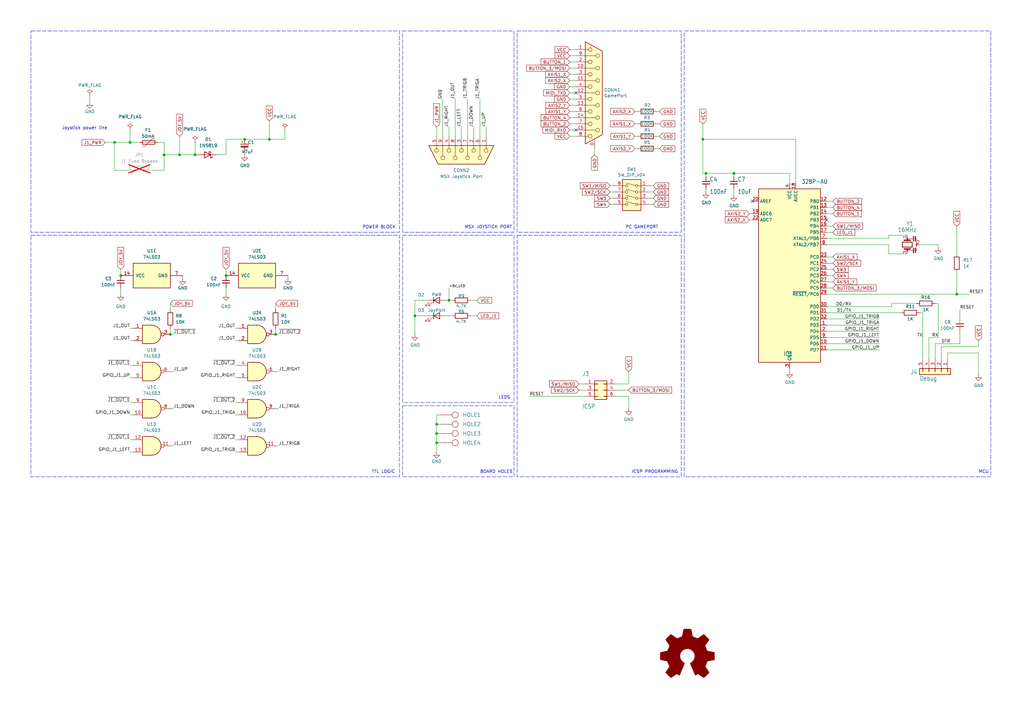
<source format=kicad_sch>
(kicad_sch (version 20231120) (generator "eeschema") (generator_version "8.0")
  (paper "A3")
  (title_block (title "msx-joypc-v1") (date "2024-08-23") (rev "Build1") (company "Albert Herranz"))
  (lib_symbols
    (symbol "74xx:74LS03" (pin_names (offset 1.016))
      (property "Reference" "U" (at 0 1.27 0))
      (property "Value" "74LS03" (at 0 -1.27 0))
      (symbol "74LS03_1_1"
        (pin input line (at -7.62 2.54 0) (length 3.81) (name "~") (number "1"))
        (pin input line (at -7.62 -2.54 0) (length 3.81) (name "~") (number "2"))
        (pin open_collector inverted (at 7.62 0 180) (length 3.81) (name "~") (number "3"))
      )
      (symbol "74LS03_1_2"
        (pin input inverted (at -7.62 2.54 0) (length 4.318) (name "~") (number "1"))
        (pin input inverted (at -7.62 -2.54 0) (length 4.318) (name "~") (number "2"))
        (pin open_collector line (at 7.62 0 180) (length 3.81) (name "~") (number "3"))
      )
      (symbol "74LS03_2_1"
        (pin input line (at -7.62 2.54 0) (length 3.81) (name "~") (number "4"))
        (pin input line (at -7.62 -2.54 0) (length 3.81) (name "~") (number "5"))
        (pin open_collector inverted (at 7.62 0 180) (length 3.81) (name "~") (number "6"))
      )
      (symbol "74LS03_2_2"
        (pin input inverted (at -7.62 2.54 0) (length 4.318) (name "~") (number "4"))
        (pin input inverted (at -7.62 -2.54 0) (length 4.318) (name "~") (number "5"))
        (pin open_collector line (at 7.62 0 180) (length 3.81) (name "~") (number "6"))
      )
      (symbol "74LS03_3_1"
        (pin input line (at -7.62 -2.54 0) (length 3.81) (name "~") (number "10"))
        (pin open_collector inverted (at 7.62 0 180) (length 3.81) (name "~") (number "8"))
        (pin input line (at -7.62 2.54 0) (length 3.81) (name "~") (number "9"))
      )
      (symbol "74LS03_3_2"
        (pin input inverted (at -7.62 -2.54 0) (length 4.318) (name "~") (number "10"))
        (pin open_collector line (at 7.62 0 180) (length 3.81) (name "~") (number "8"))
        (pin input inverted (at -7.62 2.54 0) (length 4.318) (name "~") (number "9"))
      )
      (symbol "74LS03_4_1"
        (pin open_collector inverted (at 7.62 0 180) (length 3.81) (name "~") (number "11"))
        (pin input line (at -7.62 2.54 0) (length 3.81) (name "~") (number "12"))
        (pin input line (at -7.62 -2.54 0) (length 3.81) (name "~") (number "13"))
      )
      (symbol "74LS03_4_2"
        (pin open_collector line (at 7.62 0 180) (length 3.81) (name "~") (number "11"))
        (pin input inverted (at -7.62 2.54 0) (length 4.318) (name "~") (number "12"))
        (pin input inverted (at -7.62 -2.54 0) (length 4.318) (name "~") (number "13"))
      )
      (symbol "74LS03_5_0"
        (pin power_in line (at 0 12.7 270) (length 5.08) (name "VCC") (number "14"))
        (pin power_in line (at 0 -12.7 90) (length 5.08) (name "GND") (number "7"))
      )
    )
    (symbol "Connector:DA15_Receptacle_MountingHoles" (pin_names (offset 1.016) hide)
      (property "Reference" "J" (at 0 24.13 0))
      (property "Value" "DA15_Receptacle_MountingHoles" (at 0 22.225 0))
      (symbol "DA15_Receptacle_MountingHoles_1_1"
        (pin passive line (at 0 -22.86 90) (length 3.81) (name "PAD") (number "0"))
        (pin passive line (at -7.62 17.78 0) (length 3.81) (name "1") (number "1"))
        (pin passive line (at -7.62 10.16 0) (length 3.81) (name "P10") (number "10"))
        (pin passive line (at -7.62 5.08 0) (length 3.81) (name "P111") (number "11"))
        (pin passive line (at -7.62 0 0) (length 3.81) (name "P12") (number "12"))
        (pin passive line (at -7.62 -5.08 0) (length 3.81) (name "P13") (number "13"))
        (pin passive line (at -7.62 -10.16 0) (length 3.81) (name "P14") (number "14"))
        (pin passive line (at -7.62 -15.24 0) (length 3.81) (name "P15") (number "15"))
        (pin passive line (at -7.62 12.7 0) (length 3.81) (name "2") (number "2"))
        (pin passive line (at -7.62 7.62 0) (length 3.81) (name "3") (number "3"))
        (pin passive line (at -7.62 2.54 0) (length 3.81) (name "4") (number "4"))
        (pin passive line (at -7.62 -2.54 0) (length 3.81) (name "5") (number "5"))
        (pin passive line (at -7.62 -7.62 0) (length 3.81) (name "6") (number "6"))
        (pin passive line (at -7.62 -12.7 0) (length 3.81) (name "7") (number "7"))
        (pin passive line (at -7.62 -17.78 0) (length 3.81) (name "8") (number "8"))
        (pin passive line (at -7.62 15.24 0) (length 3.81) (name "P9") (number "9"))
      )
    )
    (symbol "Connector:DE9_Receptacle" (pin_names (offset 1.016) hide)
      (property "Reference" "J" (at 0 13.97 0))
      (property "Value" "DE9_Receptacle" (at 0 -14.605 0))
      (symbol "DE9_Receptacle_1_1"
        (pin passive line (at -7.62 10.16 0) (length 3.81) (name "1") (number "1"))
        (pin passive line (at -7.62 5.08 0) (length 3.81) (name "2") (number "2"))
        (pin passive line (at -7.62 0 0) (length 3.81) (name "3") (number "3"))
        (pin passive line (at -7.62 -5.08 0) (length 3.81) (name "4") (number "4"))
        (pin passive line (at -7.62 -10.16 0) (length 3.81) (name "5") (number "5"))
        (pin passive line (at -7.62 7.62 0) (length 3.81) (name "6") (number "6"))
        (pin passive line (at -7.62 2.54 0) (length 3.81) (name "7") (number "7"))
        (pin passive line (at -7.62 -2.54 0) (length 3.81) (name "8") (number "8"))
        (pin passive line (at -7.62 -7.62 0) (length 3.81) (name "9") (number "9"))
      )
    )
    (symbol "Connector_Generic:Conn_01x05" (pin_names (offset 1.016) hide)
      (property "Reference" "J" (at 0 7.62 0))
      (property "Value" "Conn_01x05" (at 0 -7.62 0))
      (symbol "Conn_01x05_1_1"
        (pin passive line (at -5.08 5.08 0) (length 3.81) (name "Pin_1") (number "1"))
        (pin passive line (at -5.08 2.54 0) (length 3.81) (name "Pin_2") (number "2"))
        (pin passive line (at -5.08 0 0) (length 3.81) (name "Pin_3") (number "3"))
        (pin passive line (at -5.08 -2.54 0) (length 3.81) (name "Pin_4") (number "4"))
        (pin passive line (at -5.08 -5.08 0) (length 3.81) (name "Pin_5") (number "5"))
      )
    )
    (symbol "Connector_Generic:Conn_02x03_Odd_Even" (pin_names (offset 1.016) hide)
      (property "Reference" "J" (at 1.27 5.08 0))
      (property "Value" "Conn_02x03_Odd_Even" (at 1.27 -5.08 0))
      (symbol "Conn_02x03_Odd_Even_1_1"
        (pin passive line (at -5.08 2.54 0) (length 3.81) (name "Pin_1") (number "1"))
        (pin passive line (at 7.62 2.54 180) (length 3.81) (name "Pin_2") (number "2"))
        (pin passive line (at -5.08 0 0) (length 3.81) (name "Pin_3") (number "3"))
        (pin passive line (at 7.62 0 180) (length 3.81) (name "Pin_4") (number "4"))
        (pin passive line (at -5.08 -2.54 0) (length 3.81) (name "Pin_5") (number "5"))
        (pin passive line (at 7.62 -2.54 180) (length 3.81) (name "Pin_6") (number "6"))
      )
    )
    (symbol "Device:C_Polarized_Small" (pin_numbers hide) (pin_names (offset 0.254) hide)
      (property "Reference" "C" (at 0.254 1.778 0))
      (property "Value" "C_Polarized_Small" (at 0.254 -2.032 0))
      (symbol "C_Polarized_Small_1_1"
        (pin passive line (at 0 2.54 270) (length 1.8542) (name "~") (number "1"))
        (pin passive line (at 0 -2.54 90) (length 1.8542) (name "~") (number "2"))
      )
    )
    (symbol "Device:C_Small" (pin_numbers hide) (pin_names (offset 0.254) hide)
      (property "Reference" "C" (at 0.254 1.778 0))
      (property "Value" "C_Small" (at 0.254 -2.032 0))
      (symbol "C_Small_1_1"
        (pin passive line (at 0 2.54 270) (length 2.032) (name "~") (number "1"))
        (pin passive line (at 0 -2.54 90) (length 2.032) (name "~") (number "2"))
      )
    )
    (symbol "Device:LED" (pin_numbers hide) (pin_names (offset 1.016) hide)
      (property "Reference" "D" (at 0 2.54 0))
      (property "Value" "LED" (at 0 -2.54 0))
      (symbol "LED_1_1"
        (pin passive line (at -3.81 0 0) (length 2.54) (name "K") (number "1"))
        (pin passive line (at 3.81 0 180) (length 2.54) (name "A") (number "2"))
      )
    )
    (symbol "Device:Polyfuse" (pin_numbers hide) (pin_names (offset 0))
      (property "Reference" "F" (at -2.54 0 90))
      (property "Value" "Polyfuse" (at 2.54 0 90))
      (symbol "Polyfuse_1_1"
        (pin passive line (at 0 3.81 270) (length 1.27) (name "~") (number "1"))
        (pin passive line (at 0 -3.81 90) (length 1.27) (name "~") (number "2"))
      )
    )
    (symbol "Device:R" (pin_numbers hide) (pin_names (offset 0))
      (property "Reference" "R" (at 2.032 0 90))
      (property "Value" "R" (at 0 0 90))
      (symbol "R_1_1"
        (pin passive line (at 0 3.81 270) (length 1.27) (name "~") (number "1"))
        (pin passive line (at 0 -3.81 90) (length 1.27) (name "~") (number "2"))
      )
    )
    (symbol "Device:Resonator" (pin_names (offset 1.016) hide)
      (property "Reference" "Y" (at 0 5.715 0))
      (property "Value" "Resonator" (at 0 3.81 0))
      (symbol "Resonator_1_1"
        (pin passive line (at -3.81 0 0) (length 1.27) (name "1") (number "1"))
        (pin passive line (at 0 -5.08 90) (length 1.27) (name "2") (number "2"))
        (pin passive line (at 3.81 0 180) (length 1.27) (name "3") (number "3"))
      )
    )
    (symbol "Diode:1N5817" (pin_numbers hide) (pin_names (offset 1.016) hide)
      (property "Reference" "D" (at 0 2.54 0))
      (property "Value" "1N5817" (at 0 -2.54 0))
      (symbol "1N5817_1_1"
        (pin passive line (at -3.81 0 0) (length 2.54) (name "K") (number "1"))
        (pin passive line (at 3.81 0 180) (length 2.54) (name "A") (number "2"))
      )
    )
    (symbol "Graphic:Logo_Open_Hardware_Large" (in_bom no) (on_board no))
    (symbol "Jumper:Jumper_2_Open" (pin_names (offset 0) hide)
      (property "Reference" "JP" (at 0 2.794 0))
      (property "Value" "Jumper_2_Open" (at 0 -2.286 0))
      (symbol "Jumper_2_Open_1_1"
        (pin passive line (at -5.08 0 0) (length 2.54) (name "A") (number "1"))
        (pin passive line (at 5.08 0 180) (length 2.54) (name "B") (number "2"))
      )
    )
    (symbol "MCU_Microchip_ATmega:ATmega328P-A"
      (property "Reference" "U" (at -12.7 36.83 0))
      (property "Value" "ATmega328P-A" (at 2.54 -36.83 0))
      (symbol "ATmega328P-A_1_1"
        (pin bidirectional line (at 15.24 -20.32 180) (length 2.54) (name "PD3") (number "1"))
        (pin bidirectional line (at 15.24 -27.94 180) (length 2.54) (name "PD6") (number "10"))
        (pin bidirectional line (at 15.24 -30.48 180) (length 2.54) (name "PD7") (number "11"))
        (pin bidirectional line (at 15.24 30.48 180) (length 2.54) (name "PB0") (number "12"))
        (pin bidirectional line (at 15.24 27.94 180) (length 2.54) (name "PB1") (number "13"))
        (pin bidirectional line (at 15.24 25.4 180) (length 2.54) (name "PB2") (number "14"))
        (pin bidirectional line (at 15.24 22.86 180) (length 2.54) (name "PB3") (number "15"))
        (pin bidirectional line (at 15.24 20.32 180) (length 2.54) (name "PB4") (number "16"))
        (pin bidirectional line (at 15.24 17.78 180) (length 2.54) (name "PB5") (number "17"))
        (pin power_in line (at 2.54 38.1 270) (length 2.54) (name "AVCC") (number "18"))
        (pin input line (at -15.24 25.4 0) (length 2.54) (name "ADC6") (number "19"))
        (pin bidirectional line (at 15.24 -22.86 180) (length 2.54) (name "PD4") (number "2"))
        (pin passive line (at -15.24 30.48 0) (length 2.54) (name "AREF") (number "20"))
        (pin passive line (at 0 -38.1 90) (length 2.54) hide (name "GND") (number "21"))
        (pin input line (at -15.24 22.86 0) (length 2.54) (name "ADC7") (number "22"))
        (pin bidirectional line (at 15.24 7.62 180) (length 2.54) (name "PC0") (number "23"))
        (pin bidirectional line (at 15.24 5.08 180) (length 2.54) (name "PC1") (number "24"))
        (pin bidirectional line (at 15.24 2.54 180) (length 2.54) (name "PC2") (number "25"))
        (pin bidirectional line (at 15.24 0 180) (length 2.54) (name "PC3") (number "26"))
        (pin bidirectional line (at 15.24 -2.54 180) (length 2.54) (name "PC4") (number "27"))
        (pin bidirectional line (at 15.24 -5.08 180) (length 2.54) (name "PC5") (number "28"))
        (pin bidirectional line (at 15.24 -7.62 180) (length 2.54) (name "~{RESET}/PC6") (number "29"))
        (pin power_in line (at 0 -38.1 90) (length 2.54) (name "GND") (number "3"))
        (pin bidirectional line (at 15.24 -12.7 180) (length 2.54) (name "PD0") (number "30"))
        (pin bidirectional line (at 15.24 -15.24 180) (length 2.54) (name "PD1") (number "31"))
        (pin bidirectional line (at 15.24 -17.78 180) (length 2.54) (name "PD2") (number "32"))
        (pin power_in line (at 0 38.1 270) (length 2.54) (name "VCC") (number "4"))
        (pin passive line (at 0 -38.1 90) (length 2.54) hide (name "GND") (number "5"))
        (pin passive line (at 0 38.1 270) (length 2.54) hide (name "VCC") (number "6"))
        (pin bidirectional line (at 15.24 15.24 180) (length 2.54) (name "XTAL1/PB6") (number "7"))
        (pin bidirectional line (at 15.24 12.7 180) (length 2.54) (name "XTAL2/PB7") (number "8"))
        (pin bidirectional line (at 15.24 -25.4 180) (length 2.54) (name "PD5") (number "9"))
      )
    )
    (symbol "Switch:SW_DIP_x04" (pin_names (offset 0) hide)
      (property "Reference" "SW" (at 0 8.89 0))
      (property "Value" "SW_DIP_x04" (at 0 -6.35 0))
      (symbol "SW_DIP_x04_1_1"
        (pin passive line (at -7.62 5.08 0) (length 5.08) (name "~") (number "1"))
        (pin passive line (at -7.62 2.54 0) (length 5.08) (name "~") (number "2"))
        (pin passive line (at -7.62 0 0) (length 5.08) (name "~") (number "3"))
        (pin passive line (at -7.62 -2.54 0) (length 5.08) (name "~") (number "4"))
        (pin passive line (at 7.62 -2.54 180) (length 5.08) (name "~") (number "5"))
        (pin passive line (at 7.62 0 180) (length 5.08) (name "~") (number "6"))
        (pin passive line (at 7.62 2.54 180) (length 5.08) (name "~") (number "7"))
        (pin passive line (at 7.62 5.08 180) (length 5.08) (name "~") (number "8"))
      )
    )
    (symbol "my_components:HOLE" (pin_numbers hide) (pin_names (offset 1.016) hide)
      (property "Reference" "HOLE" (at 2.54 0 0))
      (symbol "HOLE_1_1"
        (pin input line (at -6.35 0 0) (length 5.08) (name "~") (number "1"))
      )
    )
    (symbol "power:GND" (power) (pin_numbers hide) (pin_names (offset 0) hide)
      (property "Value" "GND" (at 0 -3.81 0))
      (symbol "GND_1_1"
        (pin power_in line (at 0 0 270) (length 0) (name "~") (number "1"))
      )
    )
    (symbol "power:PWR_FLAG" (power) (pin_numbers hide) (pin_names (offset 0) hide)
      (property "Value" "PWR_FLAG" (at 0 3.81 0))
      (symbol "PWR_FLAG_0_0"
        (pin power_out line (at 0 0 90) (length 0) (name "~") (number "1"))
      )
    )
  )
  (junction (at 289.56 71.12))
  (junction (at 69.85 137.16))
  (junction (at 53.34 58.42))
  (junction (at 113.03 137.16))
  (junction (at 46.99 58.42))
  (junction (at 67.31 63.5))
  (junction (at 179.07 181.61))
  (junction (at 170.18 129.54))
  (junction (at 184.15 123.19))
  (junction (at 179.07 173.99))
  (junction (at 92.71 113.03))
  (junction (at 110.49 57.15))
  (junction (at 100.33 57.15))
  (junction (at 80.01 63.5))
  (junction (at 73.66 63.5))
  (junction (at 49.53 113.03))
  (junction (at 300.99 71.12))
  (junction (at 179.07 177.8))
  (junction (at 392.43 120.65))
  (junction (at 288.29 57.15))
  (no_connect (at 236.22 38.1))
  (no_connect (at 236.22 53.34))
  (no_connect (at 308.61 82.55))
  (no_connect (at 339.09 90.17))
  (wire (pts (xy 339.09 133.35) (xy 360.68 133.35)))
  (wire (pts (xy 289.56 78.74) (xy 289.56 77.47)))
  (wire (pts (xy 233.68 35.56) (xy 236.22 35.56)))
  (wire (pts (xy 307.34 90.17) (xy 308.61 90.17)))
  (wire (pts (xy 339.09 138.43) (xy 360.68 138.43)))
  (wire (pts (xy 393.7 135.89) (xy 393.7 140.97)))
  (wire (pts (xy 270.51 50.8) (xy 269.24 50.8)))
  (wire (pts (xy 110.49 49.53) (xy 110.49 57.15)))
  (wire (pts (xy 69.85 124.46) (xy 69.85 127)))
  (wire (pts (xy 339.09 120.65) (xy 392.43 120.65)))
  (wire (pts (xy 179.07 177.8) (xy 179.07 181.61)))
  (wire (pts (xy 288.29 57.15) (xy 326.39 57.15)))
  (wire (pts (xy 118.11 114.3) (xy 118.11 113.03)))
  (wire (pts (xy 182.88 129.54) (xy 185.42 129.54)))
  (wire (pts (xy 96.52 185.42) (xy 97.79 185.42)))
  (wire (pts (xy 341.63 115.57) (xy 339.09 115.57)))
  (wire (pts (xy 96.52 180.34) (xy 97.79 180.34)))
  (wire (pts (xy 233.68 20.32) (xy 236.22 20.32)))
  (wire (pts (xy 179.07 173.99) (xy 179.07 177.8)))
  (wire (pts (xy 384.81 100.33) (xy 384.81 101.6)))
  (wire (pts (xy 365.76 125.73) (xy 339.09 125.73)))
  (wire (pts (xy 184.15 118.11) (xy 184.15 123.19)))
  (wire (pts (xy 381 138.43) (xy 384.81 138.43)))
  (wire (pts (xy 252.73 162.56) (xy 257.81 162.56)))
  (wire (pts (xy 341.63 113.03) (xy 339.09 113.03)))
  (wire (pts (xy 71.12 137.16) (xy 69.85 137.16)))
  (wire (pts (xy 233.68 22.86) (xy 236.22 22.86)))
  (wire (pts (xy 260.35 55.88) (xy 261.62 55.88)))
  (wire (pts (xy 92.71 118.11) (xy 92.71 120.65)))
  (wire (pts (xy 233.68 25.4) (xy 236.22 25.4)))
  (wire (pts (xy 100.33 57.15) (xy 110.49 57.15)))
  (wire (pts (xy 233.68 50.8) (xy 236.22 50.8)))
  (wire (pts (xy 233.68 38.1) (xy 236.22 38.1)))
  (wire (pts (xy 323.85 71.12) (xy 300.99 71.12)))
  (wire (pts (xy 250.19 81.28) (xy 251.46 81.28)))
  (wire (pts (xy 257.81 162.56) (xy 257.81 167.64)))
  (wire (pts (xy 377.19 100.33) (xy 384.81 100.33)))
  (wire (pts (xy 339.09 140.97) (xy 360.68 140.97)))
  (wire (pts (xy 233.68 30.48) (xy 236.22 30.48)))
  (wire (pts (xy 53.34 170.18) (xy 54.61 170.18)))
  (wire (pts (xy 113.03 124.46) (xy 113.03 127)))
  (wire (pts (xy 113.03 134.62) (xy 113.03 137.16)))
  (wire (pts (xy 184.15 123.19) (xy 182.88 123.19)))
  (wire (pts (xy 300.99 77.47) (xy 300.99 80.01)))
  (wire (pts (xy 323.85 74.93) (xy 323.85 71.12)))
  (wire (pts (xy 289.56 72.39) (xy 289.56 71.12)))
  (wire (pts (xy 36.83 39.37) (xy 36.83 41.91)))
  (wire (pts (xy 267.97 78.74) (xy 266.7 78.74)))
  (wire (pts (xy 92.71 57.15) (xy 100.33 57.15)))
  (wire (pts (xy 114.3 152.4) (xy 113.03 152.4)))
  (wire (pts (xy 260.35 60.96) (xy 261.62 60.96)))
  (wire (pts (xy 384.81 124.46) (xy 383.54 124.46)))
  (wire (pts (xy 401.32 144.78) (xy 401.32 153.67)))
  (wire (pts (xy 341.63 95.25) (xy 339.09 95.25)))
  (wire (pts (xy 392.43 92.71) (xy 392.43 104.14)))
  (wire (pts (xy 49.53 110.49) (xy 49.53 113.03)))
  (wire (pts (xy 53.34 58.42) (xy 57.15 58.42)))
  (wire (pts (xy 250.19 83.82) (xy 251.46 83.82)))
  (wire (pts (xy 96.52 154.94) (xy 97.79 154.94)))
  (wire (pts (xy 252.73 157.48) (xy 257.81 157.48)))
  (wire (pts (xy 114.3 167.64) (xy 113.03 167.64)))
  (wire (pts (xy 53.34 154.94) (xy 54.61 154.94)))
  (wire (pts (xy 386.08 142.24) (xy 386.08 147.32)))
  (wire (pts (xy 383.54 140.97) (xy 383.54 147.32)))
  (wire (pts (xy 80.01 63.5) (xy 81.28 63.5)))
  (wire (pts (xy 180.34 173.99) (xy 179.07 173.99)))
  (wire (pts (xy 116.84 53.34) (xy 116.84 57.15)))
  (wire (pts (xy 393.7 140.97) (xy 383.54 140.97)))
  (wire (pts (xy 100.33 62.23) (xy 100.33 63.5)))
  (wire (pts (xy 170.18 129.54) (xy 170.18 137.16)))
  (wire (pts (xy 179.07 170.18) (xy 179.07 173.99)))
  (wire (pts (xy 96.52 170.18) (xy 97.79 170.18)))
  (wire (pts (xy 364.49 104.14) (xy 372.11 104.14)))
  (wire (pts (xy 250.19 78.74) (xy 251.46 78.74)))
  (wire (pts (xy 92.71 63.5) (xy 88.9 63.5)))
  (wire (pts (xy 53.34 149.86) (xy 54.61 149.86)))
  (wire (pts (xy 341.63 87.63) (xy 339.09 87.63)))
  (wire (pts (xy 179.07 52.07) (xy 179.07 55.88)))
  (wire (pts (xy 307.34 87.63) (xy 308.61 87.63)))
  (wire (pts (xy 179.07 181.61) (xy 179.07 185.42)))
  (wire (pts (xy 364.49 100.33) (xy 364.49 104.14)))
  (wire (pts (xy 184.15 52.07) (xy 184.15 55.88)))
  (wire (pts (xy 381 147.32) (xy 381 138.43)))
  (wire (pts (xy 288.29 71.12) (xy 288.29 57.15)))
  (wire (pts (xy 341.63 118.11) (xy 339.09 118.11)))
  (wire (pts (xy 388.62 144.78) (xy 388.62 147.32)))
  (wire (pts (xy 289.56 71.12) (xy 300.99 71.12)))
  (wire (pts (xy 69.85 134.62) (xy 69.85 137.16)))
  (wire (pts (xy 250.19 76.2) (xy 251.46 76.2)))
  (wire (pts (xy 364.49 97.79) (xy 339.09 97.79)))
  (wire (pts (xy 392.43 120.65) (xy 397.51 120.65)))
  (wire (pts (xy 184.15 123.19) (xy 185.42 123.19)))
  (wire (pts (xy 67.31 63.5) (xy 73.66 63.5)))
  (wire (pts (xy 96.52 134.62) (xy 97.79 134.62)))
  (wire (pts (xy 378.46 128.27) (xy 377.19 128.27)))
  (wire (pts (xy 43.18 58.42) (xy 46.99 58.42)))
  (wire (pts (xy 257.81 157.48) (xy 257.81 152.4)))
  (wire (pts (xy 326.39 74.93) (xy 326.39 57.15)))
  (wire (pts (xy 364.49 97.79) (xy 364.49 96.52)))
  (wire (pts (xy 393.7 127) (xy 393.7 130.81)))
  (wire (pts (xy 233.68 48.26) (xy 236.22 48.26)))
  (wire (pts (xy 74.93 114.3) (xy 74.93 113.03)))
  (wire (pts (xy 71.12 182.88) (xy 69.85 182.88)))
  (wire (pts (xy 53.34 53.34) (xy 53.34 58.42)))
  (wire (pts (xy 114.3 182.88) (xy 113.03 182.88)))
  (wire (pts (xy 92.71 110.49) (xy 92.71 113.03)))
  (wire (pts (xy 364.49 96.52) (xy 372.11 96.52)))
  (wire (pts (xy 257.81 160.02) (xy 252.73 160.02)))
  (wire (pts (xy 233.68 40.64) (xy 236.22 40.64)))
  (wire (pts (xy 339.09 100.33) (xy 364.49 100.33)))
  (wire (pts (xy 80.01 58.42) (xy 80.01 63.5)))
  (wire (pts (xy 73.66 63.5) (xy 80.01 63.5)))
  (wire (pts (xy 300.99 72.39) (xy 300.99 71.12)))
  (wire (pts (xy 341.63 105.41) (xy 339.09 105.41)))
  (wire (pts (xy 196.85 40.64) (xy 196.85 55.88)))
  (wire (pts (xy 384.81 138.43) (xy 384.81 124.46)))
  (wire (pts (xy 288.29 50.8) (xy 288.29 57.15)))
  (wire (pts (xy 339.09 130.81) (xy 360.68 130.81)))
  (wire (pts (xy 181.61 40.64) (xy 181.61 55.88)))
  (wire (pts (xy 388.62 144.78) (xy 401.32 144.78)))
  (wire (pts (xy 114.3 137.16) (xy 113.03 137.16)))
  (wire (pts (xy 180.34 170.18) (xy 179.07 170.18)))
  (wire (pts (xy 339.09 135.89) (xy 360.68 135.89)))
  (wire (pts (xy 194.31 52.07) (xy 194.31 55.88)))
  (wire (pts (xy 233.68 33.02) (xy 236.22 33.02)))
  (wire (pts (xy 175.26 123.19) (xy 170.18 123.19)))
  (wire (pts (xy 53.34 134.62) (xy 54.61 134.62)))
  (wire (pts (xy 323.85 152.4) (xy 323.85 151.13)))
  (wire (pts (xy 73.66 55.88) (xy 73.66 63.5)))
  (wire (pts (xy 193.04 129.54) (xy 195.58 129.54)))
  (wire (pts (xy 67.31 58.42) (xy 67.31 63.5)))
  (wire (pts (xy 186.69 40.64) (xy 186.69 55.88)))
  (wire (pts (xy 341.63 107.95) (xy 339.09 107.95)))
  (wire (pts (xy 233.68 53.34) (xy 236.22 53.34)))
  (wire (pts (xy 180.34 177.8) (xy 179.07 177.8)))
  (wire (pts (xy 243.84 63.5) (xy 243.84 60.96)))
  (wire (pts (xy 392.43 120.65) (xy 392.43 111.76)))
  (wire (pts (xy 267.97 76.2) (xy 266.7 76.2)))
  (wire (pts (xy 339.09 128.27) (xy 369.57 128.27)))
  (wire (pts (xy 96.52 165.1) (xy 97.79 165.1)))
  (wire (pts (xy 260.35 50.8) (xy 261.62 50.8)))
  (wire (pts (xy 193.04 123.19) (xy 195.58 123.19)))
  (wire (pts (xy 67.31 69.85) (xy 67.31 63.5)))
  (wire (pts (xy 53.34 139.7) (xy 54.61 139.7)))
  (wire (pts (xy 378.46 128.27) (xy 378.46 147.32)))
  (wire (pts (xy 46.99 69.85) (xy 52.07 69.85)))
  (wire (pts (xy 170.18 123.19) (xy 170.18 129.54)))
  (wire (pts (xy 270.51 55.88) (xy 269.24 55.88)))
  (wire (pts (xy 175.26 129.54) (xy 170.18 129.54)))
  (wire (pts (xy 288.29 71.12) (xy 289.56 71.12)))
  (wire (pts (xy 180.34 181.61) (xy 179.07 181.61)))
  (wire (pts (xy 267.97 83.82) (xy 266.7 83.82)))
  (wire (pts (xy 199.39 52.07) (xy 199.39 55.88)))
  (wire (pts (xy 67.31 58.42) (xy 64.77 58.42)))
  (wire (pts (xy 53.34 180.34) (xy 54.61 180.34)))
  (wire (pts (xy 270.51 60.96) (xy 269.24 60.96)))
  (wire (pts (xy 233.68 27.94) (xy 236.22 27.94)))
  (wire (pts (xy 53.34 165.1) (xy 54.61 165.1)))
  (wire (pts (xy 365.76 124.46) (xy 375.92 124.46)))
  (wire (pts (xy 260.35 45.72) (xy 261.62 45.72)))
  (wire (pts (xy 92.71 57.15) (xy 92.71 63.5)))
  (wire (pts (xy 96.52 149.86) (xy 97.79 149.86)))
  (wire (pts (xy 237.49 157.48) (xy 240.03 157.48)))
  (wire (pts (xy 233.68 43.18) (xy 236.22 43.18)))
  (wire (pts (xy 62.23 69.85) (xy 67.31 69.85)))
  (wire (pts (xy 191.77 40.64) (xy 191.77 55.88)))
  (wire (pts (xy 401.32 139.7) (xy 401.32 142.24)))
  (wire (pts (xy 189.23 52.07) (xy 189.23 55.88)))
  (wire (pts (xy 339.09 143.51) (xy 360.68 143.51)))
  (wire (pts (xy 237.49 160.02) (xy 240.03 160.02)))
  (wire (pts (xy 386.08 142.24) (xy 401.32 142.24)))
  (wire (pts (xy 341.63 92.71) (xy 339.09 92.71)))
  (wire (pts (xy 71.12 152.4) (xy 69.85 152.4)))
  (wire (pts (xy 341.63 110.49) (xy 339.09 110.49)))
  (wire (pts (xy 96.52 139.7) (xy 97.79 139.7)))
  (wire (pts (xy 270.51 45.72) (xy 269.24 45.72)))
  (wire (pts (xy 341.63 82.55) (xy 339.09 82.55)))
  (wire (pts (xy 233.68 55.88) (xy 236.22 55.88)))
  (wire (pts (xy 233.68 45.72) (xy 236.22 45.72)))
  (wire (pts (xy 217.17 162.56) (xy 240.03 162.56)))
  (wire (pts (xy 49.53 118.11) (xy 49.53 120.65)))
  (wire (pts (xy 110.49 57.15) (xy 116.84 57.15)))
  (wire (pts (xy 71.12 167.64) (xy 69.85 167.64)))
  (wire (pts (xy 53.34 185.42) (xy 54.61 185.42)))
  (wire (pts (xy 46.99 58.42) (xy 53.34 58.42)))
  (wire (pts (xy 46.99 58.42) (xy 46.99 69.85)))
  (wire (pts (xy 341.63 85.09) (xy 339.09 85.09)))
  (wire (pts (xy 267.97 81.28) (xy 266.7 81.28)))
  (wire (pts (xy 365.76 124.46) (xy 365.76 125.73)))
  (rectangle (start 165.1 12.7) (end 210.82 95.25) (stroke (width 0) (type dash)))
  (rectangle (start 12.7 12.7) (end 163.83 95.25) (stroke (width 0) (type dash)))
  (rectangle (start 280.67 12.7) (end 406.4 195.58) (stroke (width 0) (type dash)))
  (rectangle (start 165.1 166.37) (end 210.82 195.58) (stroke (width 0) (type dash)))
  (rectangle (start 12.7 96.52) (end 163.83 195.58) (stroke (width 0) (type dash)))
  (rectangle (start 212.09 12.7) (end 279.4 95.25) (stroke (width 0) (type dash)))
  (rectangle (start 212.09 96.52) (end 279.4 195.58) (stroke (width 0) (type dash)))
  (rectangle (start 165.1 96.52) (end 210.82 165.1) (stroke (width 0) (type dash)))
  (text "MCU" (at 401.32 194.31 0) (effects (font (size 1.27 1.27)) (justify left bottom)))
  (text "LEDS" (at 204.47 163.83 0) (effects (font (size 1.27 1.27)) (justify left bottom)))
  (text "MSX JOYSTICK PORT" (at 190.5 93.98 0) (effects (font (size 1.27 1.27)) (justify left bottom)))
  (text "TTL LOGIC" (at 152.4 194.31 0) (effects (font (size 1.27 1.27)) (justify left bottom)))
  (text "BOARD HOLES" (at 196.85 194.31 0) (effects (font (size 1.27 1.27)) (justify left bottom)))
  (text "Joystick power line" (at 25.4 53.34 0) (effects (font (size 1.27 1.27)) (justify left bottom)))
  (text "ICSP PROGRAMMING" (at 259.08 194.31 0) (effects (font (size 1.27 1.27)) (justify left bottom)))
  (text "PC GAMEPORT" (at 256.54 93.98 0) (effects (font (size 1.27 1.27)) (justify left bottom)))
  (text "POWER BLOCK" (at 148.59 93.98 0) (effects (font (size 1.27 1.27)) (justify left bottom)))
  (label "GPIO_J1_UP" (at 53.34 154.94 180))
  (label "TX" (at 378.46 138.43 180) (effects (font (size 1.2446 1.2446))))
  (label "GPIO_J1_DOWN" (at 360.68 140.97 180))
  (label "GPIO_J1_DOWN" (at 53.34 170.18 180))
  (label "~{J1_OUT_1}" (at 71.12 137.16 0))
  (label "RESET" (at 217.17 162.56 0) (effects (font (size 1.2446 1.2446))))
  (label "~{J1_OUT_2}" (at 96.52 180.34 180))
  (label "GND" (at 181.61 40.64 90))
  (label "GPIO_J1_LEFT" (at 360.68 138.43 180))
  (label "GPIO_J1_TRIGA" (at 360.68 133.35 180))
  (label "~{J1_OUT_1}" (at 53.34 165.1 180))
  (label "J1_UP" (at 71.12 152.4 0))
  (label "D0/RX" (at 349.25 125.73 180) (effects (font (size 1.2446 1.2446))))
  (label "GPIO_J1_UP" (at 360.68 143.51 180))
  (label "J1_OUT" (at 186.69 40.64 90))
  (label "J1_OUT" (at 53.34 139.7 180))
  (label "J1_DOWN" (at 71.12 167.64 0))
  (label "D1/TX" (at 349.25 128.27 180) (effects (font (size 1.2446 1.2446))))
  (label "GPIO_J1_RIGHT" (at 96.52 154.94 180))
  (label "J1_TRIGA" (at 114.3 167.64 0))
  (label "J1_OUT" (at 96.52 134.62 180))
  (label "J1_RIGHT" (at 114.3 152.4 0))
  (label "GPIO_J1_TRIGA" (at 96.52 170.18 180))
  (label "+5V_LED" (at 184.15 118.11 0) (effects (font (size 1 1))))
  (label "J1_TRIGB" (at 191.77 40.64 90))
  (label "GPIO_J1_RIGHT" (at 360.68 135.89 180))
  (label "~{J1_OUT_1}" (at 53.34 180.34 180))
  (label "~{J1_OUT_2}" (at 96.52 149.86 180))
  (label "~{J1_OUT_2}" (at 96.52 165.1 180))
  (label "~{J1_OUT_2}" (at 114.3 137.16 0))
  (label "J1_DOWN" (at 194.31 52.07 90))
  (label "J1_OUT" (at 96.52 139.7 180))
  (label "GPIO_J1_LEFT" (at 53.34 185.42 180))
  (label "J1_TRIGA" (at 196.85 40.64 90))
  (label "J1_LEFT" (at 71.12 182.88 0))
  (label "J1_TRIGB" (at 114.3 182.88 0))
  (label "J1_RIGHT" (at 184.15 52.07 90))
  (label "DTR" (at 386.08 140.97 0))
  (label "RESET" (at 397.51 120.65 0) (effects (font (size 1.2446 1.2446))))
  (label "J1_OUT" (at 53.34 134.62 180))
  (label "GPIO_J1_TRIGB" (at 360.68 130.81 180))
  (label "RX" (at 384.81 138.43 180) (effects (font (size 1.2446 1.2446))))
  (label "~{J1_OUT_1}" (at 53.34 149.86 180))
  (label "J1_LEFT" (at 189.23 52.07 90))
  (label "RESET" (at 393.7 127 0) (effects (font (size 1.2446 1.2446))))
  (label "J1_UP" (at 199.39 52.07 90))
  (label "GPIO_J1_TRIGB" (at 96.52 185.42 180))
  (global_label "AXIS2_Y" (shape input) (at 307.34 87.63 180) (property "Intersheetrefs" "${INTERSHEET_REFS}" (effects (hide yes))))
  (global_label "GND" (shape input) (at 243.84 63.5 270) (property "Intersheetrefs" "${INTERSHEET_REFS}" (effects (hide yes))))
  (global_label "SW1{slash}MISO" (shape input) (at 237.49 157.48 180) (property "Intersheetrefs" "${INTERSHEET_REFS}" (effects (hide yes))))
  (global_label "GND" (shape input) (at 267.97 78.74 0) (property "Intersheetrefs" "${INTERSHEET_REFS}" (effects (hide yes))))
  (global_label "AXIS2_Y" (shape input) (at 233.68 43.18 180) (property "Intersheetrefs" "${INTERSHEET_REFS}" (effects (hide yes))))
  (global_label "SW3" (shape input) (at 341.63 110.49 0) (property "Intersheetrefs" "${INTERSHEET_REFS}" (effects (hide yes))))
  (global_label "AXIS1_X" (shape input) (at 233.68 30.48 180) (property "Intersheetrefs" "${INTERSHEET_REFS}" (effects (hide yes))))
  (global_label "GND" (shape input) (at 267.97 83.82 0) (property "Intersheetrefs" "${INTERSHEET_REFS}" (effects (hide yes))))
  (global_label "SW2{slash}SCK" (shape input) (at 250.19 78.74 180) (property "Intersheetrefs" "${INTERSHEET_REFS}" (effects (hide yes))))
  (global_label "VCC" (shape input) (at 401.32 139.7 90) (property "Intersheetrefs" "${INTERSHEET_REFS}" (effects (hide yes))))
  (global_label "BUTTON_1" (shape input) (at 233.68 25.4 180) (property "Intersheetrefs" "${INTERSHEET_REFS}" (effects (hide yes))))
  (global_label "AXIS1_Y" (shape input) (at 341.63 115.57 0) (property "Intersheetrefs" "${INTERSHEET_REFS}" (effects (hide yes))))
  (global_label "LED_J1" (shape input) (at 341.63 95.25 0) (property "Intersheetrefs" "${INTERSHEET_REFS}" (effects (hide yes))))
  (global_label "MIDI_TXD" (shape input) (at 233.68 38.1 180) (property "Intersheetrefs" "${INTERSHEET_REFS}" (effects (hide yes))))
  (global_label "BUTTON_2" (shape input) (at 341.63 82.55 0) (property "Intersheetrefs" "${INTERSHEET_REFS}" (effects (hide yes))))
  (global_label "GND" (shape input) (at 233.68 40.64 180) (property "Intersheetrefs" "${INTERSHEET_REFS}" (effects (hide yes))))
  (global_label "BUTTON_4" (shape input) (at 341.63 85.09 0) (property "Intersheetrefs" "${INTERSHEET_REFS}" (effects (hide yes))))
  (global_label "VCC" (shape input) (at 257.81 152.4 90) (property "Intersheetrefs" "${INTERSHEET_REFS}" (effects (hide yes))))
  (global_label "SW1{slash}MISO" (shape input) (at 341.63 92.71 0) (property "Intersheetrefs" "${INTERSHEET_REFS}" (effects (hide yes))))
  (global_label "VCC" (shape input) (at 288.29 50.8 90) (property "Intersheetrefs" "${INTERSHEET_REFS}" (effects (hide yes))))
  (global_label "JOY_5V" (shape input) (at 113.03 124.46 0) (property "Intersheetrefs" "${INTERSHEET_REFS}" (effects (hide yes))))
  (global_label "BUTTON_1" (shape input) (at 341.63 87.63 0) (property "Intersheetrefs" "${INTERSHEET_REFS}" (effects (hide yes))))
  (global_label "JOY_5V" (shape input) (at 49.53 110.49 90) (property "Intersheetrefs" "${INTERSHEET_REFS}" (effects (hide yes))))
  (global_label "VCC" (shape input) (at 195.58 123.19 0) (property "Intersheetrefs" "${INTERSHEET_REFS}" (effects (hide yes))))
  (global_label "VCC" (shape input) (at 110.49 49.53 90) (property "Intersheetrefs" "${INTERSHEET_REFS}" (effects (hide yes))))
  (global_label "JOY_5V" (shape input) (at 73.66 55.88 90) (property "Intersheetrefs" "${INTERSHEET_REFS}" (effects (hide yes))))
  (global_label "AXIS1_Y" (shape input) (at 233.68 45.72 180) (property "Intersheetrefs" "${INTERSHEET_REFS}" (effects (hide yes))))
  (global_label "SW4" (shape input) (at 250.19 83.82 180) (property "Intersheetrefs" "${INTERSHEET_REFS}" (effects (hide yes))))
  (global_label "AXIS2_X" (shape input) (at 307.34 90.17 180) (property "Intersheetrefs" "${INTERSHEET_REFS}" (effects (hide yes))))
  (global_label "VCC" (shape input) (at 233.68 55.88 180) (property "Intersheetrefs" "${INTERSHEET_REFS}" (effects (hide yes))))
  (global_label "GND" (shape input) (at 270.51 55.88 0) (property "Intersheetrefs" "${INTERSHEET_REFS}" (effects (hide yes))))
  (global_label "AXIS2_X" (shape input) (at 260.35 45.72 180) (property "Intersheetrefs" "${INTERSHEET_REFS}" (effects (hide yes))))
  (global_label "AXIS2_Y" (shape input) (at 260.35 60.96 180) (property "Intersheetrefs" "${INTERSHEET_REFS}" (effects (hide yes))))
  (global_label "GND" (shape input) (at 270.51 50.8 0) (property "Intersheetrefs" "${INTERSHEET_REFS}" (effects (hide yes))))
  (global_label "SW1{slash}MISO" (shape input) (at 250.19 76.2 180) (property "Intersheetrefs" "${INTERSHEET_REFS}" (effects (hide yes))))
  (global_label "BUTTON_4" (shape input) (at 233.68 48.26 180) (property "Intersheetrefs" "${INTERSHEET_REFS}" (effects (hide yes))))
  (global_label "GND" (shape input) (at 270.51 60.96 0) (property "Intersheetrefs" "${INTERSHEET_REFS}" (effects (hide yes))))
  (global_label "BUTTON_3{slash}MOSI" (shape input) (at 257.81 160.02 0) (property "Intersheetrefs" "${INTERSHEET_REFS}" (effects (hide yes))))
  (global_label "J1_PWR" (shape input) (at 179.07 52.07 90) (property "Intersheetrefs" "${INTERSHEET_REFS}" (effects (hide yes))))
  (global_label "VCC" (shape input) (at 392.43 92.71 90) (property "Intersheetrefs" "${INTERSHEET_REFS}" (effects (hide yes))))
  (global_label "SW4" (shape input) (at 341.63 113.03 0) (property "Intersheetrefs" "${INTERSHEET_REFS}" (effects (hide yes))))
  (global_label "J1_PWR" (shape input) (at 43.18 58.42 180) (property "Intersheetrefs" "${INTERSHEET_REFS}" (effects (hide yes))))
  (global_label "AXIS1_Y" (shape input) (at 260.35 55.88 180) (property "Intersheetrefs" "${INTERSHEET_REFS}" (effects (hide yes))))
  (global_label "BUTTON_3{slash}MOSI" (shape input) (at 341.63 118.11 0) (property "Intersheetrefs" "${INTERSHEET_REFS}" (effects (hide yes))))
  (global_label "BUTTON_3{slash}MOSI" (shape input) (at 233.68 27.94 180) (property "Intersheetrefs" "${INTERSHEET_REFS}" (effects (hide yes))))
  (global_label "SW2{slash}SCK" (shape input) (at 237.49 160.02 180) (property "Intersheetrefs" "${INTERSHEET_REFS}" (effects (hide yes))))
  (global_label "VCC" (shape input) (at 233.68 22.86 180) (property "Intersheetrefs" "${INTERSHEET_REFS}" (effects (hide yes))))
  (global_label "SW2{slash}SCK" (shape input) (at 341.63 107.95 0) (property "Intersheetrefs" "${INTERSHEET_REFS}" (effects (hide yes))))
  (global_label "LED_J1" (shape input) (at 195.58 129.54 0) (property "Intersheetrefs" "${INTERSHEET_REFS}" (effects (hide yes))))
  (global_label "AXIS1_X" (shape input) (at 341.63 105.41 0) (property "Intersheetrefs" "${INTERSHEET_REFS}" (effects (hide yes))))
  (global_label "GND" (shape input) (at 233.68 35.56 180) (property "Intersheetrefs" "${INTERSHEET_REFS}" (effects (hide yes))))
  (global_label "VCC" (shape input) (at 233.68 20.32 180) (property "Intersheetrefs" "${INTERSHEET_REFS}" (effects (hide yes))))
  (global_label "SW3" (shape input) (at 250.19 81.28 180) (property "Intersheetrefs" "${INTERSHEET_REFS}" (effects (hide yes))))
  (global_label "AXIS2_X" (shape input) (at 233.68 33.02 180) (property "Intersheetrefs" "${INTERSHEET_REFS}" (effects (hide yes))))
  (global_label "AXIS1_X" (shape input) (at 260.35 50.8 180) (property "Intersheetrefs" "${INTERSHEET_REFS}" (effects (hide yes))))
  (global_label "JOY_5V" (shape input) (at 69.85 124.46 0) (property "Intersheetrefs" "${INTERSHEET_REFS}" (effects (hide yes))))
  (global_label "JOY_5V" (shape input) (at 92.71 110.49 90) (property "Intersheetrefs" "${INTERSHEET_REFS}" (effects (hide yes))))
  (global_label "GND" (shape input) (at 267.97 76.2 0) (property "Intersheetrefs" "${INTERSHEET_REFS}" (effects (hide yes))))
  (global_label "GND" (shape input) (at 270.51 45.72 0) (property "Intersheetrefs" "${INTERSHEET_REFS}" (effects (hide yes))))
  (global_label "GND" (shape input) (at 267.97 81.28 0) (property "Intersheetrefs" "${INTERSHEET_REFS}" (effects (hide yes))))
  (global_label "BUTTON_2" (shape input) (at 233.68 50.8 180) (property "Intersheetrefs" "${INTERSHEET_REFS}" (effects (hide yes))))
  (global_label "MIDI_RXD" (shape input) (at 233.68 53.34 180) (property "Intersheetrefs" "${INTERSHEET_REFS}" (effects (hide yes))))
  (symbol (lib_id "Device:C_Small") (at 300.99 74.93 0) (unit 1)
    (property "Reference" "C7" (at 302.514 74.549 0) (effects (font (size 1.778 1.5113)) (justify left bottom)))
    (property "Value" "10uF" (at 302.514 79.629 0) (effects (font (size 1.778 1.5113)) (justify left bottom)))
    (property "Footprint" "Capacitor_SMD:C_0805_2012Metric_Pad1.18x1.45mm_HandSolder" (effects (hide yes)))
  )
  (symbol (lib_id "power:GND") (at 92.71 120.65 0) (unit 1)
    (property "Reference" "#PWR08" (effects (hide yes)))
    (property "Value" "GND" (at 92.71 125.73 0))
    (property "Description" "Power symbol creates a global label with name \"GND\" , ground" (effects (hide yes)))
  )
  (symbol (lib_id "Connector_Generic:Conn_01x05") (at 383.54 152.4 270) (unit 1)
    (property "Reference" "J4" (at 373.38 153.67 90) (effects (font (size 1.778 1.5113)) (justify left bottom)))
    (property "Value" "Debug" (at 377.19 156.21 90) (effects (font (size 1.778 1.5113)) (justify left bottom)))
    (property "Footprint" "Connector_PinHeader_2.54mm:PinHeader_1x05_P2.54mm_Vertical" (effects (hide yes)))
  )
  (symbol (lib_id "74xx:74LS03") (at 62.23 182.88 0) (unit 4)
    (property "Reference" "U1" (at 62.2217 173.99 0))
    (property "Value" "74LS03" (at 62.2217 176.53 0))
    (property "Footprint" "Package_SO:SOIC-14_3.9x8.7mm_P1.27mm" (effects (hide yes)))
    (property "Datasheet" "http://www.ti.com/lit/gpn/sn74LS03" (effects (hide yes)))
  )
  (symbol (lib_id "Diode:1N5817") (at 85.09 63.5 180) (unit 1)
    (property "Reference" "D1" (at 85.4075 57.15 0))
    (property "Value" "1N5819" (at 85.4075 59.69 0))
    (property "Footprint" "Diode_SMD:D_SOD-123" (effects (hide yes)))
    (property "Datasheet" "http://www.vishay.com/docs/88525/1n5819.pdf" (effects (hide yes)))
  )
  (symbol (lib_id "Device:R") (at 373.38 128.27 90) (unit 1)
    (property "Reference" "R11" (at 373.38 125.73 90))
    (property "Value" "1K" (at 373.38 130.81 90))
    (property "Footprint" "Resistor_SMD:R_0805_2012Metric_Pad1.20x1.40mm_HandSolder" (effects (hide yes)))
  )
  (symbol (lib_id "Device:C_Small") (at 49.53 115.57 0) (unit 1)
    (property "Reference" "C3" (at 44.45 114.3 0))
    (property "Value" "100nF" (at 44.45 116.84 0))
    (property "Footprint" "Capacitor_SMD:C_0805_2012Metric_Pad1.18x1.45mm_HandSolder" (effects (hide yes)))
  )
  (symbol (lib_id "Device:LED") (at 179.07 123.19 0) (unit 1)
    (property "Reference" "D2" (at 172.72 120.904 0))
    (property "Value" "PWR" (at 179.07 120.904 0))
    (property "Footprint" "LED_SMD:LED_0805_2012Metric_Pad1.15x1.40mm_HandSolder" (effects (hide yes)))
  )
  (symbol (lib_id "power:GND") (at 170.18 137.16 0) (unit 1)
    (property "Reference" "#PWR015" (effects (hide yes)))
    (property "Value" "GND" (at 170.307 141.5542 0))
    (property "Description" "Power symbol creates a global label with name \"GND\" , ground" (effects (hide yes)))
  )
  (symbol (lib_id "Connector:DE9_Receptacle") (at 189.23 63.5 270) (unit 1)
    (property "Reference" "CONN2" (at 189.23 69.85 90))
    (property "Value" "MSX Joystick Port" (at 189.23 72.39 90))
    (property "Footprint" "Connector_JST:JST_PH_B9B-PH-K_1x09_P2.00mm_Vertical" (effects (hide yes)))
    (property "Description" "9-pin female receptacle socket D-SUB connector" (effects (hide yes)))
  )
  (symbol (lib_id "power:PWR_FLAG") (at 53.34 53.34 0) (unit 1)
    (property "Reference" "#FLG01" (effects (hide yes)))
    (property "Value" "PWR_FLAG" (at 53.34 47.879 0))
    (property "Description" "Special symbol for telling ERC where power comes from" (effects (hide yes)))
  )
  (symbol (lib_id "power:GND") (at 36.83 41.91 0) (unit 1)
    (property "Reference" "#PWR01" (effects (hide yes)))
    (property "Value" "GND" (at 36.83 45.72 0))
    (property "Description" "Power symbol creates a global label with name \"GND\" , ground" (effects (hide yes)))
  )
  (symbol (lib_id "Jumper:Jumper_2_Open") (at 57.15 69.85 0) (unit 1) (on_board no) (dnp yes)
    (property "Reference" "JP1" (at 57.15 63.5 0))
    (property "Value" "J1 Fuse Bypass" (at 57.15 66.04 0))
    (property "Footprint" "Connector_PinHeader_2.54mm:PinHeader_1x02_P2.54mm_Vertical" (effects (hide yes)))
  )
  (symbol (lib_id "my_components:HOLE") (at 186.69 170.18 0) (unit 1)
    (property "Reference" "HOLE1" (at 189.738 170.18 0) (effects (font (size 1.524 1.524)) (justify left)))
    (property "Value" "HOLE" (effects (hide yes)))
    (property "Footprint" "My_Components:Hole_3mm" (effects (hide yes)))
  )
  (symbol (lib_id "power:GND") (at 74.93 114.3 0) (unit 1)
    (property "Reference" "#PWR07" (effects (hide yes)))
    (property "Value" "GND" (at 74.93 118.11 0))
    (property "Description" "Power symbol creates a global label with name \"GND\" , ground" (effects (hide yes)))
  )
  (symbol (lib_id "my_components:HOLE") (at 186.69 181.61 0) (unit 1)
    (property "Reference" "HOLE4" (at 189.738 181.61 0) (effects (font (size 1.524 1.524)) (justify left)))
    (property "Value" "HOLE" (effects (hide yes)))
    (property "Footprint" "My_Components:Hole_3mm" (effects (hide yes)))
  )
  (symbol (lib_id "Device:R") (at 265.43 55.88 90) (unit 1)
    (property "Reference" "R4" (at 264.16 53.34 90) (effects (justify right)))
    (property "Value" "100K" (at 262.89 55.88 90) (effects (justify right)))
    (property "Footprint" "Resistor_SMD:R_0805_2012Metric_Pad1.20x1.40mm_HandSolder" (effects (hide yes)))
    (property "LCSC" "C172965" (effects (hide yes)))
  )
  (symbol (lib_id "Graphic:Logo_Open_Hardware_Large") (at 281.94 269.24 0) (unit 1) (exclude_from_sim yes) (in_bom no)
    (property "Reference" "SYM1" (effects (hide yes)))
    (property "Value" "Logo_Open_Hardware_Large" (effects (hide yes)))
    (property "Footprint" "Symbol:OSHW-Logo_7.5x8mm_SilkScreen" (effects (hide yes)))
  )
  (symbol (lib_id "Device:R") (at 392.43 107.95 0) (unit 1)
    (property "Reference" "R17" (at 394.97 106.68 0) (effects (justify left)))
    (property "Value" "1K" (at 394.97 109.22 0) (effects (justify left)))
    (property "Footprint" "Resistor_SMD:R_0805_2012Metric_Pad1.20x1.40mm_HandSolder" (effects (hide yes)))
  )
  (symbol (lib_id "74xx:74LS03") (at 105.41 182.88 0) (unit 4)
    (property "Reference" "U2" (at 105.4017 173.99 0))
    (property "Value" "74LS03" (at 105.4017 176.53 0))
    (property "Footprint" "Package_SO:SOIC-14_3.9x8.7mm_P1.27mm" (effects (hide yes)))
    (property "Datasheet" "http://www.ti.com/lit/gpn/sn74LS03" (effects (hide yes)))
  )
  (symbol (lib_id "74xx:74LS03") (at 62.23 167.64 0) (unit 3)
    (property "Reference" "U1" (at 62.2217 158.75 0))
    (property "Value" "74LS03" (at 62.2217 161.29 0))
    (property "Footprint" "Package_SO:SOIC-14_3.9x8.7mm_P1.27mm" (effects (hide yes)))
    (property "Datasheet" "http://www.ti.com/lit/gpn/sn74LS03" (effects (hide yes)))
  )
  (symbol (lib_id "Device:C_Small") (at 289.56 74.93 0) (unit 1)
    (property "Reference" "C4" (at 291.084 74.549 0) (effects (font (size 1.778 1.5113)) (justify left bottom)))
    (property "Value" "100nF" (at 291.084 79.629 0) (effects (font (size 1.778 1.5113)) (justify left bottom)))
    (property "Footprint" "Capacitor_SMD:C_0805_2012Metric_Pad1.18x1.45mm_HandSolder" (effects (hide yes)))
  )
  (symbol (lib_id "power:GND") (at 179.07 185.42 0) (unit 1)
    (property "Reference" "#PWR018" (effects (hide yes)))
    (property "Value" "GND" (at 179.07 189.23 0))
    (property "Description" "Power symbol creates a global label with name \"GND\" , ground" (effects (hide yes)))
  )
  (symbol (lib_id "Device:C_Polarized_Small") (at 100.33 59.69 0) (unit 1)
    (property "Reference" "C1" (at 101.6 58.42 0) (effects (justify left)))
    (property "Value" "47uF" (at 99.06 62.23 0) (effects (justify left)))
    (property "Footprint" "Capacitor_Tantalum_SMD:CP_EIA-3216-18_Kemet-A_Pad1.58x1.35mm_HandSolder" (effects (hide yes)))
  )
  (symbol (lib_id "Device:LED") (at 179.07 129.54 0) (unit 1)
    (property "Reference" "D3" (at 172.72 127.254 0))
    (property "Value" "JoyPort" (at 179.07 127.254 0))
    (property "Footprint" "LED_SMD:LED_0805_2012Metric_Pad1.15x1.40mm_HandSolder" (effects (hide yes)))
  )
  (symbol (lib_id "Device:Resonator") (at 372.11 100.33 90) (mirror x) (unit 1)
    (property "Reference" "Y1" (at 374.65 92.71 90) (effects (font (size 1.778 1.5113)) (justify left bottom)))
    (property "Value" "16MHz" (at 375.92 95.25 90) (effects (font (size 1.778 1.5113)) (justify left bottom)))
    (property "Footprint" "Crystal:Resonator_SMD_Murata_CSTxExxV-3Pin_3.0x1.1mm_HandSoldering" (effects (hide yes)))
  )
  (symbol (lib_id "Device:R") (at 265.43 60.96 270) (unit 1)
    (property "Reference" "R5" (at 266.7 58.42 90) (effects (justify right)))
    (property "Value" "100K" (at 267.97 60.96 90) (effects (justify right)))
    (property "Footprint" "Resistor_SMD:R_0805_2012Metric_Pad1.20x1.40mm_HandSolder" (effects (hide yes)))
    (property "LCSC" "C172965" (effects (hide yes)))
  )
  (symbol (lib_id "power:GND") (at 401.32 153.67 0) (unit 1)
    (property "Reference" "#PWR014" (effects (hide yes)))
    (property "Value" "GND" (at 401.447 158.0642 0))
    (property "Description" "Power symbol creates a global label with name \"GND\" , ground" (effects (hide yes)))
  )
  (symbol (lib_id "power:PWR_FLAG") (at 80.01 58.42 0) (unit 1)
    (property "Reference" "#FLG03" (effects (hide yes)))
    (property "Value" "PWR_FLAG" (at 80.01 52.959 0))
    (property "Description" "Special symbol for telling ERC where power comes from" (effects (hide yes)))
  )
  (symbol (lib_id "power:GND") (at 49.53 120.65 0) (unit 1)
    (property "Reference" "#PWR02" (effects (hide yes)))
    (property "Value" "GND" (at 49.53 125.73 0))
    (property "Description" "Power symbol creates a global label with name \"GND\" , ground" (effects (hide yes)))
  )
  (symbol (lib_id "74xx:74LS03") (at 62.23 113.03 90) (unit 5)
    (property "Reference" "U1" (at 62.23 102.87 90))
    (property "Value" "74LS03" (at 62.23 105.41 90))
    (property "Footprint" "Package_SO:SOIC-14_3.9x8.7mm_P1.27mm" (effects (hide yes)))
    (property "Datasheet" "http://www.ti.com/lit/gpn/sn74LS03" (effects (hide yes)))
  )
  (symbol (lib_id "Connector:DA15_Receptacle_MountingHoles") (at 243.84 38.1 0) (unit 1)
    (property "Reference" "CONN1" (at 247.7516 36.9316 0) (effects (justify left)))
    (property "Value" "GamePort" (at 247.7516 39.243 0) (effects (justify left)))
    (property "Footprint" "Connector_Dsub:DSUB-15_Female_Horizontal_P2.77x2.84mm_EdgePinOffset7.70mm_Housed_MountingHolesOffset9.12mm" (effects (hide yes)))
    (property "Description" "15-pin female receptacle socket D-SUB connector (low-density/2 columns), Mounting Hole" (effects (hide yes)))
    (property "LCSC" "C77835" (effects (hide yes)))
  )
  (symbol (lib_id "power:PWR_FLAG") (at 36.83 39.37 0) (unit 1)
    (property "Reference" "#FLG04" (effects (hide yes)))
    (property "Value" "PWR_FLAG" (at 36.83 34.9758 0))
    (property "Description" "Special symbol for telling ERC where power comes from" (effects (hide yes)))
  )
  (symbol (lib_id "my_components:HOLE") (at 186.69 177.8 0) (unit 1)
    (property "Reference" "HOLE3" (at 189.738 177.8 0) (effects (font (size 1.524 1.524)) (justify left)))
    (property "Value" "HOLE" (effects (hide yes)))
    (property "Footprint" "My_Components:Hole_3mm" (effects (hide yes)))
  )
  (symbol (lib_id "74xx:74LS03") (at 105.41 137.16 0) (unit 1)
    (property "Reference" "U2" (at 105.4017 128.27 0))
    (property "Value" "74LS03" (at 105.4017 130.81 0))
    (property "Footprint" "Package_SO:SOIC-14_3.9x8.7mm_P1.27mm" (effects (hide yes)))
    (property "Datasheet" "http://www.ti.com/lit/gpn/sn74LS03" (effects (hide yes)))
  )
  (symbol (lib_id "MCU_Microchip_ATmega:ATmega328P-A") (at 323.85 113.03 0) (unit 1)
    (property "Reference" "IC1" (at 321.31 146.05 0) (effects (font (size 1.778 1.5113)) (justify left bottom)))
    (property "Value" "328P-AU" (at 328.676 75.438 0) (effects (font (size 1.778 1.5113)) (justify left bottom)))
    (property "Footprint" "Package_QFP:TQFP-32_7x7mm_P0.8mm" (effects (hide yes)))
    (property "Datasheet" "http://ww1.microchip.com/downloads/en/DeviceDoc/ATmega328_P%20AVR%20MCU%20with%20picoPower%20Technology%20Data%20Sheet%2040001984A.pdf" (effects (hide yes)))
  )
  (symbol (lib_id "Device:R") (at 265.43 50.8 270) (unit 1)
    (property "Reference" "R3" (at 266.7 48.26 90) (effects (justify right)))
    (property "Value" "100K" (at 267.97 50.8 90) (effects (justify right)))
    (property "Footprint" "Resistor_SMD:R_0805_2012Metric_Pad1.20x1.40mm_HandSolder" (effects (hide yes)))
    (property "LCSC" "C172965" (effects (hide yes)))
  )
  (symbol (lib_id "power:GND") (at 300.99 80.01 0) (unit 1)
    (property "Reference" "#PWR016" (effects (hide yes)))
    (property "Value" "GND" (at 301.117 84.4042 0))
    (property "Description" "Power symbol creates a global label with name \"GND\" , ground" (effects (hide yes)))
  )
  (symbol (lib_id "74xx:74LS03") (at 62.23 137.16 0) (unit 1)
    (property "Reference" "U1" (at 62.2217 128.27 0))
    (property "Value" "74LS03" (at 62.2217 130.81 0))
    (property "Footprint" "Package_SO:SOIC-14_3.9x8.7mm_P1.27mm" (effects (hide yes)))
    (property "Datasheet" "http://www.ti.com/lit/gpn/sn74LS03" (effects (hide yes)))
  )
  (symbol (lib_id "power:GND") (at 289.56 78.74 0) (unit 1)
    (property "Reference" "#PWR012" (effects (hide yes)))
    (property "Value" "GND" (at 289.687 83.1342 0))
    (property "Description" "Power symbol creates a global label with name \"GND\" , ground" (effects (hide yes)))
  )
  (symbol (lib_id "Connector_Generic:Conn_02x03_Odd_Even") (at 245.11 160.02 0) (unit 1)
    (property "Reference" "J3" (at 238.76 154.305 0) (effects (font (size 1.778 1.5113)) (justify left bottom)))
    (property "Value" "ICSP" (at 238.76 167.64 0) (effects (font (size 1.778 1.5113)) (justify left bottom)))
    (property "Footprint" "Connector_PinHeader_2.54mm:PinHeader_2x03_P2.54mm_Vertical" (effects (hide yes)))
  )
  (symbol (lib_id "power:GND") (at 323.85 152.4 0) (unit 1)
    (property "Reference" "#PWR011" (effects (hide yes)))
    (property "Value" "GND" (at 323.977 156.7942 0))
    (property "Description" "Power symbol creates a global label with name \"GND\" , ground" (effects (hide yes)))
  )
  (symbol (lib_id "power:GND") (at 118.11 114.3 0) (unit 1)
    (property "Reference" "#PWR09" (effects (hide yes)))
    (property "Value" "GND" (at 118.11 118.11 0))
    (property "Description" "Power symbol creates a global label with name \"GND\" , ground" (effects (hide yes)))
  )
  (symbol (lib_id "Device:C_Small") (at 393.7 133.35 0) (unit 1)
    (property "Reference" "C8" (at 388.62 132.08 0))
    (property "Value" "100nF" (at 388.62 134.62 0))
    (property "Footprint" "Capacitor_SMD:C_0805_2012Metric_Pad1.18x1.45mm_HandSolder" (effects (hide yes)))
  )
  (symbol (lib_id "Device:R") (at 379.73 124.46 90) (unit 1)
    (property "Reference" "R16" (at 379.73 121.92 90))
    (property "Value" "1K" (at 379.73 127 90))
    (property "Footprint" "Resistor_SMD:R_0805_2012Metric_Pad1.20x1.40mm_HandSolder" (effects (hide yes)))
  )
  (symbol (lib_id "my_components:HOLE") (at 186.69 173.99 0) (unit 1)
    (property "Reference" "HOLE2" (at 189.738 173.99 0) (effects (font (size 1.524 1.524)) (justify left)))
    (property "Value" "HOLE" (effects (hide yes)))
    (property "Footprint" "My_Components:Hole_3mm" (effects (hide yes)))
  )
  (symbol (lib_id "power:GND") (at 257.81 167.64 0) (unit 1)
    (property "Reference" "#PWR017" (effects (hide yes)))
    (property "Value" "GND" (at 257.937 172.0342 0))
    (property "Description" "Power symbol creates a global label with name \"GND\" , ground" (effects (hide yes)))
  )
  (symbol (lib_id "Device:Polyfuse") (at 60.96 58.42 90) (unit 1)
    (property "Reference" "F1" (at 60.706 53.34 90))
    (property "Value" "50mA" (at 60.706 55.88 90))
    (property "Footprint" "Fuse:Fuse_1206_3216Metric_Pad1.42x1.75mm_HandSolder" (effects (hide yes)))
  )
  (symbol (lib_id "power:GND") (at 384.81 101.6 0) (unit 1)
    (property "Reference" "#PWR010" (effects (hide yes)))
    (property "Value" "GND" (at 384.937 105.9942 0))
    (property "Description" "Power symbol creates a global label with name \"GND\" , ground" (effects (hide yes)))
  )
  (symbol (lib_id "Device:C_Small") (at 92.71 115.57 0) (unit 1)
    (property "Reference" "C2" (at 87.63 114.3 0))
    (property "Value" "100nF" (at 87.63 116.84 0))
    (property "Footprint" "Capacitor_SMD:C_0805_2012Metric_Pad1.18x1.45mm_HandSolder" (effects (hide yes)))
  )
  (symbol (lib_id "Device:R") (at 113.03 130.81 0) (unit 1)
    (property "Reference" "R1" (at 115.189 129.54 0) (effects (justify left)))
    (property "Value" "10K" (at 115.189 132.08 0) (effects (justify left)))
    (property "Footprint" "Resistor_SMD:R_0805_2012Metric_Pad1.20x1.40mm_HandSolder" (effects (hide yes)))
  )
  (symbol (lib_id "Device:R") (at 265.43 45.72 90) (unit 1)
    (property "Reference" "R2" (at 264.16 43.18 90) (effects (justify right)))
    (property "Value" "100K" (at 262.89 45.72 90) (effects (justify right)))
    (property "Footprint" "Resistor_SMD:R_0805_2012Metric_Pad1.20x1.40mm_HandSolder" (effects (hide yes)))
    (property "LCSC" "C172965" (effects (hide yes)))
  )
  (symbol (lib_id "74xx:74LS03") (at 105.41 167.64 0) (unit 3)
    (property "Reference" "U2" (at 105.4017 158.75 0))
    (property "Value" "74LS03" (at 105.4017 161.29 0))
    (property "Footprint" "Package_SO:SOIC-14_3.9x8.7mm_P1.27mm" (effects (hide yes)))
    (property "Datasheet" "http://www.ti.com/lit/gpn/sn74LS03" (effects (hide yes)))
  )
  (symbol (lib_id "power:PWR_FLAG") (at 116.84 53.34 0) (unit 1)
    (property "Reference" "#FLG02" (effects (hide yes)))
    (property "Value" "PWR_FLAG" (at 116.84 47.879 0))
    (property "Description" "Special symbol for telling ERC where power comes from" (effects (hide yes)))
  )
  (symbol (lib_id "74xx:74LS03") (at 105.41 113.03 90) (unit 5)
    (property "Reference" "U2" (at 105.41 102.87 90))
    (property "Value" "74LS03" (at 105.41 105.41 90))
    (property "Footprint" "Package_SO:SOIC-14_3.9x8.7mm_P1.27mm" (effects (hide yes)))
    (property "Datasheet" "http://www.ti.com/lit/gpn/sn74LS03" (effects (hide yes)))
  )
  (symbol (lib_id "74xx:74LS03") (at 62.23 152.4 0) (unit 2)
    (property "Reference" "U1" (at 62.2217 143.51 0))
    (property "Value" "74LS03" (at 62.2217 146.05 0))
    (property "Footprint" "Package_SO:SOIC-14_3.9x8.7mm_P1.27mm" (effects (hide yes)))
    (property "Datasheet" "http://www.ti.com/lit/gpn/sn74LS03" (effects (hide yes)))
  )
  (symbol (lib_id "74xx:74LS03") (at 105.41 152.4 0) (unit 2)
    (property "Reference" "U2" (at 105.4017 143.51 0))
    (property "Value" "74LS03" (at 105.4017 146.05 0))
    (property "Footprint" "Package_SO:SOIC-14_3.9x8.7mm_P1.27mm" (effects (hide yes)))
    (property "Datasheet" "http://www.ti.com/lit/gpn/sn74LS03" (effects (hide yes)))
  )
  (symbol (lib_id "Device:R") (at 189.23 129.54 90) (unit 1)
    (property "Reference" "R6" (at 189.23 127.762 90))
    (property "Value" "4.7K" (at 189.23 131.826 90))
    (property "Footprint" "Resistor_SMD:R_0805_2012Metric_Pad1.20x1.40mm_HandSolder" (effects (hide yes)))
    (property "LCSC" "C4310" (effects (hide yes)))
  )
  (symbol (lib_id "power:GND") (at 100.33 63.5 0) (unit 1)
    (property "Reference" "#PWR03" (effects (hide yes)))
    (property "Value" "GND" (at 100.457 67.8942 0))
    (property "Description" "Power symbol creates a global label with name \"GND\" , ground" (effects (hide yes)))
  )
  (symbol (lib_id "Switch:SW_DIP_x04") (at 259.08 81.28 0) (mirror y) (unit 1)
    (property "Reference" "SW1" (at 259.08 69.4182 0))
    (property "Value" "SW_DIP_x04" (at 259.08 71.7296 0))
    (property "Footprint" "Button_Switch_THT:SW_DIP_SPSTx04_Piano_10.8x11.72mm_W7.62mm_P2.54mm" (effects (hide yes)))
    (property "Description" "4x DIP Switch, Single Pole Single Throw (SPST) switch, small symbol" (effects (hide yes)))
    (property "LCSC" "C15781" (effects (hide yes)))
  )
  (symbol (lib_id "Device:R") (at 189.23 123.19 90) (unit 1)
    (property "Reference" "R9" (at 189.23 121.412 90))
    (property "Value" "4.7K" (at 189.23 125.476 90))
    (property "Footprint" "Resistor_SMD:R_0805_2012Metric_Pad1.20x1.40mm_HandSolder" (effects (hide yes)))
  )
  (symbol (lib_id "Device:R") (at 69.85 130.81 0) (unit 1)
    (property "Reference" "R8" (at 72.009 129.54 0) (effects (justify left)))
    (property "Value" "10K" (at 72.009 132.08 0) (effects (justify left)))
    (property "Footprint" "Resistor_SMD:R_0805_2012Metric_Pad1.20x1.40mm_HandSolder" (effects (hide yes)))
  )
)
</source>
